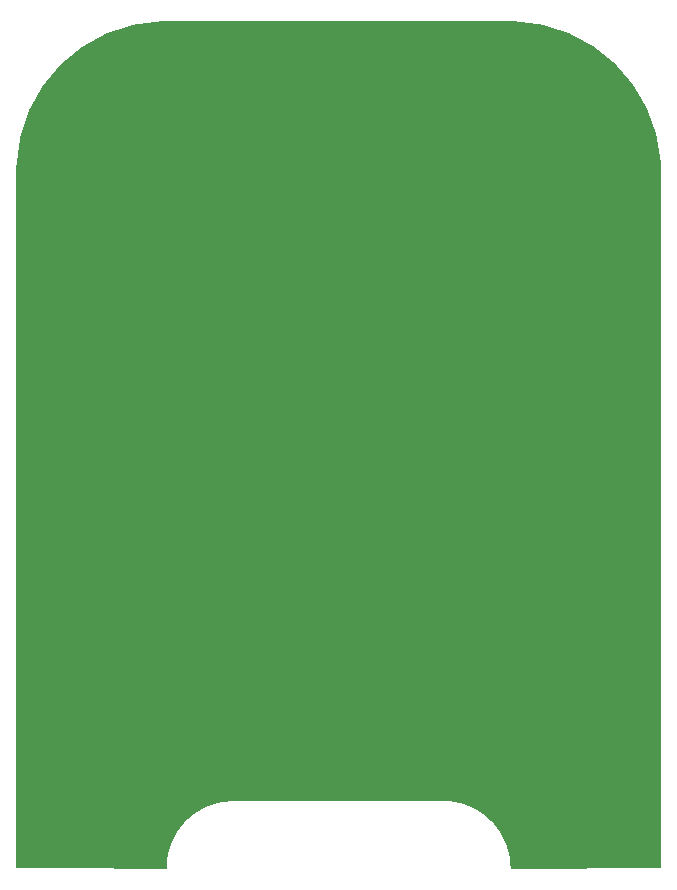
<source format=gbr>
G04 DipTrace 3.0.0.1*
G04 Board.gbr*
%MOMM*%
G04 #@! TF.FileFunction,Drawing,Board polygon*
G04 #@! TF.Part,Single*
%FSLAX35Y35*%
G04*
G71*
G90*
G75*
G01*
G04 BoardPoly*
%LPD*%
G36*
X154667Y7564000D2*
G02X1386000Y8785667I1265806J-44451D01*
G01*
X4367667D1*
G02X5610667Y7587333I-37876J-1283120D01*
G01*
X5612000Y1611667D1*
X4339667Y1609000D1*
G03X3829333Y2181667I-574203J2024D01*
G01*
X1980000Y2182333D1*
G03X1425000Y1609333I8538J-563552D01*
G01*
X151667Y1613000D1*
X154667Y7564000D1*
G37*
M02*

</source>
